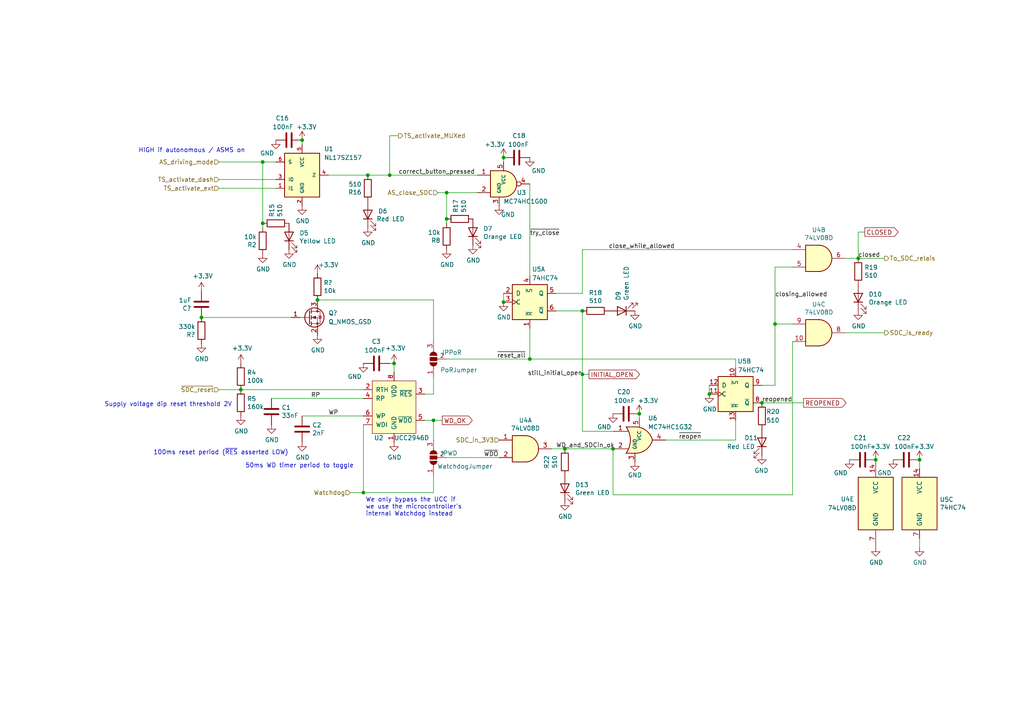
<source format=kicad_sch>
(kicad_sch (version 20211123) (generator eeschema)
  (paper "A4")
  (title_block (title "SDCL - Non-Programmable Logic") (date "2021-12-16") (rev "v1.0") (company "FaSTTUBe - Formula Student Team TU Berlin") (comment 1 "Car 113") (comment 2 "EBS Electronics") (comment 3 "Compliance for rule T 14.5.1 and T 14.5.2") (comment 4 "Hard-Wired logic for SDC relay latching and activation buttons"))
  (lib_symbols
    (symbol "74xx:74HC74" (pin_names (offset 1.016))
      (property "Reference" "U" (at -7.62 8.89 0))
      (property "Value" "74HC74" (at -7.62 -8.89 0))
      (symbol "74HC74_1_0"
        (pin input line (at 0 -7.62 90) (length 2.54) (name "~{R}") (number "1"))
        (pin input line (at -7.62 2.54 0) (length 2.54) (name "D") (number "2"))
        (pin input clock (at -7.62 0 0) (length 2.54) (name "C") (number "3"))
        (pin input line (at 0 7.62 270) (length 2.54) (name "~{S}") (number "4"))
        (pin output line (at 7.62 2.54 180) (length 2.54) (name "Q") (number "5"))
        (pin output line (at 7.62 -2.54 180) (length 2.54) (name "~{Q}") (number "6"))
      )
      (symbol "74HC74_1_1"
        (rectangle (start -5.08 5.08) (end 5.08 -5.08) (stroke (width 0.254)) (fill (type background)))
      )
      (symbol "74HC74_2_0"
        (pin input line (at 0 7.62 270) (length 2.54) (name "~{S}") (number "10"))
        (pin input clock (at -7.62 0 0) (length 2.54) (name "C") (number "11"))
        (pin input line (at -7.62 2.54 0) (length 2.54) (name "D") (number "12"))
        (pin input line (at 0 -7.62 90) (length 2.54) (name "~{R}") (number "13"))
        (pin output line (at 7.62 -2.54 180) (length 2.54) (name "~{Q}") (number "8"))
        (pin output line (at 7.62 2.54 180) (length 2.54) (name "Q") (number "9"))
      )
      (symbol "74HC74_2_1"
        (rectangle (start -5.08 5.08) (end 5.08 -5.08) (stroke (width 0.254)) (fill (type background)))
      )
      (symbol "74HC74_3_0"
        (pin power_in line (at 0 10.16 270) (length 2.54) (name "VCC") (number "14"))
        (pin power_in line (at 0 -10.16 90) (length 2.54) (name "GND") (number "7"))
      )
      (symbol "74HC74_3_1"
        (rectangle (start -5.08 7.62) (end 5.08 -7.62) (stroke (width 0.254)) (fill (type background)))
      )
    )
    (symbol "Custom:74LV08D" (pin_names (offset 1.016))
      (property "Reference" "U" (at 3.81 6.35 0))
      (property "Value" "74LV08D" (at 7.62 3.81 0))
      (symbol "74LV08D_1_1"
        (arc (start 0 -3.81) (mid 3.81 0) (end 0 3.81) (stroke (width 0.254)) (fill (type background)))
        (polyline (pts (xy 0 3.81) (xy -3.81 3.81) (xy -3.81 -3.81) (xy 0 -3.81)) (stroke (width 0.254)) (fill (type background)))
        (pin input line (at -7.62 2.54 0) (length 3.81) (name "~") (number "1"))
        (pin input line (at -7.62 -2.54 0) (length 3.81) (name "~") (number "2"))
        (pin output line (at 7.62 0 180) (length 3.81) (name "~") (number "3"))
      )
      (symbol "74LV08D_1_2"
        (arc (start -3.81 -3.81) (mid -2.589 0) (end -3.81 3.81) (stroke (width 0.254)))
        (arc (start -0.6096 -3.81) (mid 2.1842 -2.5851) (end 3.81 0) (stroke (width 0.254)) (fill (type background)))
        (polyline (pts (xy -3.81 -3.81) (xy -0.635 -3.81)) (stroke (width 0.254)) (fill (type background)))
        (polyline (pts (xy -3.81 3.81) (xy -0.635 3.81)) (stroke (width 0.254)) (fill (type background)))
        (polyline (pts (xy -0.635 3.81) (xy -3.81 3.81) (xy -3.81 3.81) (xy -3.556 3.4036) (xy -3.0226 2.2606) (xy -2.6924 1.0414) (xy -2.6162 -0.254) (xy -2.7686 -1.4986) (xy -3.175 -2.7178) (xy -3.81 -3.81) (xy -3.81 -3.81) (xy -0.635 -3.81)) (stroke (width -25.4)) (fill (type background)))
        (arc (start 3.81 0) (mid 2.1915 2.5936) (end -0.6096 3.81) (stroke (width 0.254)) (fill (type background)))
        (pin input inverted (at -7.62 2.54 0) (length 4.318) (name "~") (number "1"))
        (pin input inverted (at -7.62 -2.54 0) (length 4.318) (name "~") (number "2"))
        (pin output inverted (at 7.62 0 180) (length 3.81) (name "~") (number "3"))
      )
      (symbol "74LV08D_2_1"
        (arc (start 0 -3.81) (mid 3.81 0) (end 0 3.81) (stroke (width 0.254)) (fill (type background)))
        (polyline (pts (xy 0 3.81) (xy -3.81 3.81) (xy -3.81 -3.81) (xy 0 -3.81)) (stroke (width 0.254)) (fill (type background)))
        (pin input line (at -7.62 2.54 0) (length 3.81) (name "~") (number "4"))
        (pin input line (at -7.62 -2.54 0) (length 3.81) (name "~") (number "5"))
        (pin output line (at 7.62 0 180) (length 3.81) (name "~") (number "6"))
      )
      (symbol "74LV08D_2_2"
        (arc (start -3.81 -3.81) (mid -2.589 0) (end -3.81 3.81) (stroke (width 0.254)))
        (arc (start -0.6096 -3.81) (mid 2.1842 -2.5851) (end 3.81 0) (stroke (width 0.254)) (fill (type background)))
        (polyline (pts (xy -3.81 -3.81) (xy -0.635 -3.81)) (stroke (width 0.254)) (fill (type background)))
        (polyline (pts (xy -3.81 3.81) (xy -0.635 3.81)) (stroke (width 0.254)) (fill (type background)))
        (polyline (pts (xy -0.635 3.81) (xy -3.81 3.81) (xy -3.81 3.81) (xy -3.556 3.4036) (xy -3.0226 2.2606) (xy -2.6924 1.0414) (xy -2.6162 -0.254) (xy -2.7686 -1.4986) (xy -3.175 -2.7178) (xy -3.81 -3.81) (xy -3.81 -3.81) (xy -0.635 -3.81)) (stroke (width -25.4)) (fill (type background)))
        (arc (start 3.81 0) (mid 2.1915 2.5936) (end -0.6096 3.81) (stroke (width 0.254)) (fill (type background)))
        (pin input inverted (at -7.62 2.54 0) (length 4.318) (name "~") (number "4"))
        (pin input inverted (at -7.62 -2.54 0) (length 4.318) (name "~") (number "5"))
        (pin output inverted (at 7.62 0 180) (length 3.81) (name "~") (number "6"))
      )
      (symbol "74LV08D_3_1"
        (arc (start 0 -3.81) (mid 3.81 0) (end 0 3.81) (stroke (width 0.254)) (fill (type background)))
        (polyline (pts (xy 0 3.81) (xy -3.81 3.81) (xy -3.81 -3.81) (xy 0 -3.81)) (stroke (width 0.254)) (fill (type background)))
        (pin input line (at -7.62 -2.54 0) (length 3.81) (name "~") (number "10"))
        (pin output line (at 7.62 0 180) (length 3.81) (name "~") (number "8"))
        (pin input line (at -7.62 2.54 0) (length 3.81) (name "~") (number "9"))
      )
      (symbol "74LV08D_3_2"
        (arc (start -3.81 -3.81) (mid -2.589 0) (end -3.81 3.81) (stroke (width 0.254)))
        (arc (start -0.6096 -3.81) (mid 2.1842 -2.5851) (end 3.81 0) (stroke (width 0.254)) (fill (type background)))
        (polyline (pts (xy -3.81 -3.81) (xy -0.635 -3.81)) (stroke (width 0.254)) (fill (type background)))
        (polyline (pts (xy -3.81 3.81) (xy -0.635 3.81)) (stroke (width 0.254)) (fill (type background)))
        (polyline (pts (xy -0.635 3.81) (xy -3.81 3.81) (xy -3.81 3.81) (xy -3.556 3.4036) (xy -3.0226 2.2606) (xy -2.6924 1.0414) (xy -2.6162 -0.254) (xy -2.7686 -1.4986) (xy -3.175 -2.7178) (xy -3.81 -3.81) (xy -3.81 -3.81) (xy -0.635 -3.81)) (stroke (width -25.4)) (fill (type background)))
        (arc (start 3.81 0) (mid 2.1915 2.5936) (end -0.6096 3.81) (stroke (width 0.254)) (fill (type background)))
        (pin input inverted (at -7.62 -2.54 0) (length 4.318) (name "~") (number "10"))
        (pin output inverted (at 7.62 0 180) (length 3.81) (name "~") (number "8"))
        (pin input inverted (at -7.62 2.54 0) (length 4.318) (name "~") (number "9"))
      )
      (symbol "74LV08D_4_1"
        (arc (start 0 -3.81) (mid 3.81 0) (end 0 3.81) (stroke (width 0.254)) (fill (type background)))
        (polyline (pts (xy 0 3.81) (xy -3.81 3.81) (xy -3.81 -3.81) (xy 0 -3.81)) (stroke (width 0.254)) (fill (type background)))
        (pin output line (at 7.62 0 180) (length 3.81) (name "~") (number "11"))
        (pin input line (at -7.62 2.54 0) (length 3.81) (name "~") (number "12"))
        (pin input line (at -7.62 -2.54 0) (length 3.81) (name "~") (number "13"))
      )
      (symbol "74LV08D_4_2"
        (arc (start -3.81 -3.81) (mid -2.589 0) (end -3.81 3.81) (stroke (width 0.254)))
        (arc (start -0.6096 -3.81) (mid 2.1842 -2.5851) (end 3.81 0) (stroke (width 0.254)) (fill (type background)))
        (polyline (pts (xy -3.81 -3.81) (xy -0.635 -3.81)) (stroke (width 0.254)) (fill (type background)))
        (polyline (pts (xy -3.81 3.81) (xy -0.635 3.81)) (stroke (width 0.254)) (fill (type background)))
        (polyline (pts (xy -0.635 3.81) (xy -3.81 3.81) (xy -3.81 3.81) (xy -3.556 3.4036) (xy -3.0226 2.2606) (xy -2.6924 1.0414) (xy -2.6162 -0.254) (xy -2.7686 -1.4986) (xy -3.175 -2.7178) (xy -3.81 -3.81) (xy -3.81 -3.81) (xy -0.635 -3.81)) (stroke (width -25.4)) (fill (type background)))
        (arc (start 3.81 0) (mid 2.1915 2.5936) (end -0.6096 3.81) (stroke (width 0.254)) (fill (type background)))
        (pin output inverted (at 7.62 0 180) (length 3.81) (name "~") (number "11"))
        (pin input inverted (at -7.62 2.54 0) (length 4.318) (name "~") (number "12"))
        (pin input inverted (at -7.62 -2.54 0) (length 4.318) (name "~") (number "13"))
      )
      (symbol "74LV08D_5_0"
        (pin power_in line (at 0 12.7 270) (length 5.08) (name "VCC") (number "14"))
        (pin power_in line (at 0 -12.7 90) (length 5.08) (name "GND") (number "7"))
      )
      (symbol "74LV08D_5_1"
        (rectangle (start -5.08 7.62) (end 5.08 -7.62) (stroke (width 0.254)) (fill (type background)))
      )
    )
    (symbol "Custom:MC74HC1G00" (pin_names (offset 1.016))
      (property "Reference" "U" (at 1.27 7.62 0))
      (property "Value" "MC74HC1G00" (at 7.62 5.08 0))
      (symbol "MC74HC1G00_1_1"
        (arc (start 0 -3.81) (mid 3.81 0) (end 0 3.81) (stroke (width 0.254)) (fill (type background)))
        (polyline (pts (xy 0 3.81) (xy -3.81 3.81) (xy -3.81 -3.81) (xy 0 -3.81)) (stroke (width 0.254)) (fill (type background)))
        (pin input line (at -7.62 2.54 0) (length 3.81) (name "~") (number "1"))
        (pin input line (at -7.62 -2.54 0) (length 3.81) (name "~") (number "2"))
        (pin power_in line (at -1.27 -6.35 90) (length 2.54) (name "GND") (number "3"))
        (pin output inverted (at 7.62 0 180) (length 3.81) (name "~") (number "4"))
        (pin power_in line (at 0 6.35 270) (length 2.54) (name "VCC") (number "5"))
      )
      (symbol "MC74HC1G00_1_2"
        (arc (start -3.81 -3.81) (mid -2.589 0) (end -3.81 3.81) (stroke (width 0.254)))
        (arc (start -0.6096 -3.81) (mid 2.1842 -2.5851) (end 3.81 0) (stroke (width 0.254)) (fill (type background)))
        (polyline (pts (xy -3.81 -3.81) (xy -0.635 -3.81)) (stroke (width 0.254)) (fill (type background)))
        (polyline (pts (xy -3.81 3.81) (xy -0.635 3.81)) (stroke (width 0.254)) (fill (type background)))
        (polyline (pts (xy -0.635 3.81) (xy -3.81 3.81) (xy -3.81 3.81) (xy -3.556 3.4036) (xy -3.0226 2.2606) (xy -2.6924 1.0414) (xy -2.6162 -0.254) (xy -2.7686 -1.4986) (xy -3.175 -2.7178) (xy -3.81 -3.81) (xy -3.81 -3.81) (xy -0.635 -3.81)) (stroke (width -25.4)) (fill (type background)))
        (arc (start 3.81 0) (mid 2.1915 2.5936) (end -0.6096 3.81) (stroke (width 0.254)) (fill (type background)))
        (pin input inverted (at -7.62 2.54 0) (length 4.318) (name "~") (number "1"))
        (pin input inverted (at -7.62 -2.54 0) (length 4.318) (name "~") (number "2"))
        (pin output line (at 7.62 0 180) (length 3.81) (name "~") (number "3"))
      )
    )
    (symbol "Custom:MC74HC1G32" (pin_names (offset 1.016))
      (property "Reference" "U" (at 3.81 6.35 0))
      (property "Value" "MC74HC1G32" (at 8.89 3.81 0))
      (symbol "MC74HC1G32_1_1"
        (arc (start -3.81 -3.81) (mid -2.589 0) (end -3.81 3.81) (stroke (width 0.254)))
        (arc (start -0.6096 -3.81) (mid 2.1842 -2.5851) (end 3.81 0) (stroke (width 0.254)) (fill (type background)))
        (polyline (pts (xy -3.81 -3.81) (xy -0.635 -3.81)) (stroke (width 0.254)) (fill (type background)))
        (polyline (pts (xy -3.81 3.81) (xy -0.635 3.81)) (stroke (width 0.254)) (fill (type background)))
        (polyline (pts (xy -0.635 3.81) (xy -3.81 3.81) (xy -3.81 3.81) (xy -3.556 3.4036) (xy -3.0226 2.2606) (xy -2.6924 1.0414) (xy -2.6162 -0.254) (xy -2.7686 -1.4986) (xy -3.175 -2.7178) (xy -3.81 -3.81) (xy -3.81 -3.81) (xy -0.635 -3.81)) (stroke (width -25.4)) (fill (type background)))
        (arc (start 3.81 0) (mid 2.1915 2.5936) (end -0.6096 3.81) (stroke (width 0.254)) (fill (type background)))
        (pin input line (at -7.62 2.54 0) (length 4.318) (name "~") (number "1"))
        (pin input line (at -7.62 -2.54 0) (length 4.318) (name "~") (number "2"))
        (pin power_in line (at -1.27 -6.35 90) (length 2.54) (name "GND") (number "3"))
        (pin output line (at 7.62 0 180) (length 3.81) (name "~") (number "4"))
        (pin power_in line (at 0 6.35 270) (length 2.54) (name "VCC") (number "5"))
      )
      (symbol "MC74HC1G32_1_2"
        (arc (start 0 -3.81) (mid 3.81 0) (end 0 3.81) (stroke (width 0.254)) (fill (type background)))
        (polyline (pts (xy 0 3.81) (xy -3.81 3.81) (xy -3.81 -3.81) (xy 0 -3.81)) (stroke (width 0.254)) (fill (type background)))
        (pin input inverted (at -7.62 2.54 0) (length 3.81) (name "~") (number "1"))
        (pin input inverted (at -7.62 -2.54 0) (length 3.81) (name "~") (number "2"))
        (pin output inverted (at 7.62 0 180) (length 3.81) (name "~") (number "3"))
      )
    )
    (symbol "Custom:NL17SZ157" (pin_names (offset 1.016))
      (property "Reference" "U" (at 0 15.24 0))
      (property "Value" "NL17SZ157" (at 0 12.7 0))
      (symbol "NL17SZ157_1_1"
        (rectangle (start -5.08 6.35) (end 5.08 -6.35) (stroke (width 0.254)) (fill (type background)))
        (pin input line (at -7.62 -3.81 0) (length 2.54) (name "I1") (number "1"))
        (pin power_in line (at 0 -8.89 90) (length 2.54) (name "GND") (number "2"))
        (pin input line (at -7.62 -1.27 0) (length 2.54) (name "I0") (number "3"))
        (pin output line (at 7.62 0 180) (length 2.54) (name "Z") (number "4"))
        (pin power_in line (at 0 8.89 270) (length 2.54) (name "VCC") (number "5"))
        (pin input line (at -7.62 3.81 0) (length 2.54) (name "S") (number "6"))
      )
    )
    (symbol "Custom:UCC2946" (pin_names (offset 1.016))
      (property "Reference" "U" (at 0 15.24 0))
      (property "Value" "UCC2946" (at 0 12.7 0))
      (symbol "UCC2946_0_1"
        (rectangle (start -6.35 7.62) (end 6.35 -7.62) (fill (type background)))
      )
      (symbol "UCC2946_1_1"
        (pin power_in line (at 0 -10.16 90) (length 2.54) (name "GND") (number "1"))
        (pin input line (at -8.89 5.08 0) (length 2.54) (name "RTH") (number "2"))
        (pin input line (at 8.89 3.81 180) (length 2.54) (name "~{RES}") (number "3"))
        (pin input line (at -8.89 2.54 0) (length 2.54) (name "RP") (number "4"))
        (pin input line (at 8.89 -3.81 180) (length 2.54) (name "~{WDO}") (number "5"))
        (pin input line (at -8.89 -2.54 0) (length 2.54) (name "WP") (number "6"))
        (pin input line (at -8.89 -5.08 0) (length 2.54) (name "WDI") (number "7"))
        (pin power_in line (at 0 10.16 270) (length 2.54) (name "VDD") (number "8"))
      )
    )
    (symbol "Device:C" (pin_numbers hide) (pin_names (offset 0.254))
      (property "Reference" "C" (at 0.635 2.54 0))
      (property "Value" "C" (at 0.635 -2.54 0))
      (symbol "C_0_1"
        (polyline (pts (xy -2.032 -0.762) (xy 2.032 -0.762)) (stroke (width 0.508)))
        (polyline (pts (xy -2.032 0.762) (xy 2.032 0.762)) (stroke (width 0.508)))
      )
      (symbol "C_1_1"
        (pin passive line (at 0 3.81 270) (length 2.794) (name "~") (number "1"))
        (pin passive line (at 0 -3.81 90) (length 2.794) (name "~") (number "2"))
      )
    )
    (symbol "Device:LED" (pin_numbers hide) (pin_names (offset 1.016) hide)
      (property "Reference" "D" (at 0 2.54 0))
      (property "Value" "LED" (at 0 -2.54 0))
      (symbol "LED_0_1"
        (polyline (pts (xy -1.27 -1.27) (xy -1.27 1.27)) (stroke (width 0.254)))
        (polyline (pts (xy -1.27 0) (xy 1.27 0)))
        (polyline (pts (xy 1.27 -1.27) (xy 1.27 1.27) (xy -1.27 0) (xy 1.27 -1.27)) (stroke (width 0.254)))
        (polyline (pts (xy -3.048 -0.762) (xy -4.572 -2.286) (xy -3.81 -2.286) (xy -4.572 -2.286) (xy -4.572 -1.524)))
        (polyline (pts (xy -1.778 -0.762) (xy -3.302 -2.286) (xy -2.54 -2.286) (xy -3.302 -2.286) (xy -3.302 -1.524)))
      )
      (symbol "LED_1_1"
        (pin passive line (at -3.81 0 0) (length 2.54) (name "K") (number "1"))
        (pin passive line (at 3.81 0 180) (length 2.54) (name "A") (number "2"))
      )
    )
    (symbol "Device:Q_NMOS_GSD" (pin_names (offset 0) hide)
      (property "Reference" "Q" (at 5.08 1.27 0))
      (property "Value" "Q_NMOS_GSD" (at 5.08 -1.27 0))
      (symbol "Q_NMOS_GSD_0_1"
        (polyline (pts (xy 0.254 0) (xy -2.54 0)))
        (polyline (pts (xy 0.254 1.905) (xy 0.254 -1.905)) (stroke (width 0.254)))
        (polyline (pts (xy 0.762 -1.27) (xy 0.762 -2.286)) (stroke (width 0.254)))
        (polyline (pts (xy 0.762 0.508) (xy 0.762 -0.508)) (stroke (width 0.254)))
        (polyline (pts (xy 0.762 2.286) (xy 0.762 1.27)) (stroke (width 0.254)))
        (polyline (pts (xy 2.54 2.54) (xy 2.54 1.778)))
        (polyline (pts (xy 2.54 -2.54) (xy 2.54 0) (xy 0.762 0)))
        (polyline (pts (xy 0.762 -1.778) (xy 3.302 -1.778) (xy 3.302 1.778) (xy 0.762 1.778)))
        (polyline (pts (xy 1.016 0) (xy 2.032 0.381) (xy 2.032 -0.381) (xy 1.016 0)) (fill (type outline)))
        (polyline (pts (xy 2.794 0.508) (xy 2.921 0.381) (xy 3.683 0.381) (xy 3.81 0.254)))
        (polyline (pts (xy 3.302 0.381) (xy 2.921 -0.254) (xy 3.683 -0.254) (xy 3.302 0.381)))
        (circle (center 1.651 0) (radius 2.794) (stroke (width 0.254)))
        (circle (center 2.54 -1.778) (radius 0.254) (fill (type outline)))
        (circle (center 2.54 1.778) (radius 0.254) (fill (type outline)))
      )
      (symbol "Q_NMOS_GSD_1_1"
        (pin input line (at -5.08 0 0) (length 2.54) (name "G") (number "1"))
        (pin passive line (at 2.54 -5.08 90) (length 2.54) (name "S") (number "2"))
        (pin passive line (at 2.54 5.08 270) (length 2.54) (name "D") (number "3"))
      )
    )
    (symbol "Device:R" (pin_numbers hide) (pin_names (offset 0))
      (property "Reference" "R" (at 2.032 0 90))
      (property "Value" "R" (at 0 0 90))
      (symbol "R_0_1"
        (rectangle (start -1.016 -2.54) (end 1.016 2.54) (stroke (width 0.254)))
      )
      (symbol "R_1_1"
        (pin passive line (at 0 3.81 270) (length 1.27) (name "~") (number "1"))
        (pin passive line (at 0 -3.81 90) (length 1.27) (name "~") (number "2"))
      )
    )
    (symbol "Jumper:SolderJumper_3_Open" (pin_names (offset 0) hide)
      (property "Reference" "JP" (at -2.54 -2.54 0))
      (property "Value" "SolderJumper_3_Open" (at 0 2.794 0))
      (symbol "SolderJumper_3_Open_0_1"
        (arc (start -1.016 1.016) (mid -2.032 0) (end -1.016 -1.016))
        (arc (start -1.016 1.016) (mid -2.032 0) (end -1.016 -1.016) (fill (type outline)))
        (rectangle (start -0.508 1.016) (end 0.508 -1.016) (fill (type outline)))
        (polyline (pts (xy -2.54 0) (xy -2.032 0)))
        (polyline (pts (xy -1.016 1.016) (xy -1.016 -1.016)))
        (polyline (pts (xy 0 -1.27) (xy 0 -1.016)))
        (polyline (pts (xy 1.016 1.016) (xy 1.016 -1.016)))
        (polyline (pts (xy 2.54 0) (xy 2.032 0)))
        (arc (start 1.016 -1.016) (mid 2.032 0) (end 1.016 1.016))
        (arc (start 1.016 -1.016) (mid 2.032 0) (end 1.016 1.016) (fill (type outline)))
      )
      (symbol "SolderJumper_3_Open_1_1"
        (pin passive line (at -5.08 0 0) (length 2.54) (name "A") (number "1"))
        (pin passive line (at 0 -3.81 90) (length 2.54) (name "C") (number "2"))
        (pin passive line (at 5.08 0 180) (length 2.54) (name "B") (number "3"))
      )
    )
    (symbol "power:+3.3V" (power) (pin_names (offset 0))
      (property "Value" "+3.3V" (at 0 3.556 0))
      (symbol "+3.3V_0_1"
        (polyline (pts (xy -0.762 1.27) (xy 0 2.54)))
        (polyline (pts (xy 0 0) (xy 0 2.54)))
        (polyline (pts (xy 0 2.54) (xy 0.762 1.27)))
      )
      (symbol "+3.3V_1_1"
        (pin power_in line (at 0 0 90) (length 0) hide (name "+3.3V") (number "1"))
      )
    )
    (symbol "power:GND" (power) (pin_names (offset 0))
      (property "Value" "GND" (at 0 -3.81 0))
      (symbol "GND_0_1"
        (polyline (pts (xy 0 0) (xy 0 -1.27) (xy 1.27 -1.27) (xy 0 -2.54) (xy -1.27 -1.27) (xy 0 -1.27)))
      )
      (symbol "GND_1_1"
        (pin power_in line (at 0 0 270) (length 0) hide (name "GND") (number "1"))
      )
    )
  )
  (junction (at 185.42 120.015))
  (junction (at 168.91 108.585))
  (junction (at 114.3 105.41))
  (junction (at 224.79 93.98))
  (junction (at 113.03 50.8))
  (junction (at 129.54 63.5))
  (junction (at 220.98 116.84))
  (junction (at 168.91 90.17))
  (junction (at 248.92 74.93))
  (junction (at 266.7 133.35))
  (junction (at 92.075 86.995))
  (junction (at 146.05 87.63))
  (junction (at 125.73 121.92))
  (junction (at 76.2 64.77))
  (junction (at 105.41 142.875))
  (junction (at 163.83 130.175))
  (junction (at 146.05 45.72))
  (junction (at 177.8 130.175))
  (junction (at 106.68 50.8))
  (junction (at 153.67 104.14))
  (junction (at 58.42 92.075))
  (junction (at 254 133.35))
  (junction (at 129.54 55.88))
  (junction (at 69.85 113.03))
  (junction (at 76.2 46.99))
  (junction (at 87.63 40.64))
  (junction (at 205.74 114.3))
  (wire (pts (xy 63.5 54.61) (xy 80.01 54.61)))
  (wire (pts (xy 245.11 96.52) (xy 256.54 96.52)))
  (wire (pts (xy 224.79 111.76) (xy 224.79 93.98)))
  (wire (pts (xy 161.29 85.09) (xy 168.91 85.09)))
  (wire (pts (xy 213.36 104.14) (xy 153.67 104.14)))
  (wire (pts (xy 128.27 121.92) (xy 125.73 121.92)))
  (wire (pts (xy 113.03 50.8) (xy 138.43 50.8)))
  (wire (pts (xy 127 55.88) (xy 129.54 55.88)))
  (wire (pts (xy 113.03 39.37) (xy 115.57 39.37)))
  (wire (pts (xy 153.67 53.34) (xy 153.67 80.01)))
  (wire (pts (xy 87.63 40.64) (xy 87.63 41.91)))
  (wire (pts (xy 168.91 108.585) (xy 168.91 125.095)))
  (wire (pts (xy 69.85 113.03) (xy 105.41 113.03)))
  (wire (pts (xy 125.73 99.06) (xy 125.73 86.995)))
  (wire (pts (xy 250.825 67.31) (xy 248.92 67.31)))
  (wire (pts (xy 224.79 93.98) (xy 224.79 77.47)))
  (wire (pts (xy 123.19 114.3) (xy 125.73 114.3)))
  (wire (pts (xy 106.68 50.8) (xy 113.03 50.8)))
  (wire (pts (xy 125.73 127.635) (xy 125.73 121.92)))
  (wire (pts (xy 63.5 46.99) (xy 76.2 46.99)))
  (wire (pts (xy 224.79 77.47) (xy 229.87 77.47)))
  (wire (pts (xy 129.54 104.14) (xy 153.67 104.14)))
  (wire (pts (xy 129.54 55.88) (xy 138.43 55.88)))
  (wire (pts (xy 213.36 127.635) (xy 213.36 121.92)))
  (wire (pts (xy 76.2 46.99) (xy 76.2 64.77)))
  (wire (pts (xy 125.73 137.795) (xy 125.73 142.875)))
  (wire (pts (xy 168.91 90.17) (xy 161.29 90.17)))
  (wire (pts (xy 163.83 130.175) (xy 177.8 130.175)))
  (wire (pts (xy 95.25 50.8) (xy 106.68 50.8)))
  (wire (pts (xy 185.42 120.015) (xy 185.42 121.285)))
  (wire (pts (xy 168.91 90.17) (xy 168.91 108.585)))
  (wire (pts (xy 213.36 104.14) (xy 213.36 106.68)))
  (wire (pts (xy 63.5 113.03) (xy 69.85 113.03)))
  (wire (pts (xy 266.7 135.89) (xy 266.7 133.35)))
  (wire (pts (xy 78.74 115.57) (xy 105.41 115.57)))
  (wire (pts (xy 193.04 127.635) (xy 213.36 127.635)))
  (wire (pts (xy 58.42 92.075) (xy 84.455 92.075)))
  (wire (pts (xy 113.03 105.41) (xy 114.3 105.41)))
  (wire (pts (xy 177.8 143.51) (xy 177.8 130.175)))
  (wire (pts (xy 114.3 105.41) (xy 114.3 107.95)))
  (wire (pts (xy 129.54 132.715) (xy 144.78 132.715)))
  (wire (pts (xy 153.67 95.25) (xy 153.67 104.14)))
  (wire (pts (xy 168.91 72.39) (xy 168.91 85.09)))
  (wire (pts (xy 123.19 121.92) (xy 125.73 121.92)))
  (wire (pts (xy 220.98 116.84) (xy 233.045 116.84)))
  (wire (pts (xy 129.54 63.5) (xy 129.54 64.77)))
  (wire (pts (xy 220.98 111.76) (xy 224.79 111.76)))
  (wire (pts (xy 125.73 142.875) (xy 105.41 142.875)))
  (wire (pts (xy 125.73 86.995) (xy 92.075 86.995)))
  (wire (pts (xy 266.7 158.75) (xy 266.7 156.21)))
  (wire (pts (xy 160.02 130.175) (xy 163.83 130.175)))
  (wire (pts (xy 248.92 74.93) (xy 256.54 74.93)))
  (wire (pts (xy 101.6 142.875) (xy 105.41 142.875)))
  (wire (pts (xy 146.05 45.72) (xy 146.05 46.99)))
  (wire (pts (xy 76.2 64.77) (xy 76.2 66.04)))
  (wire (pts (xy 63.5 52.07) (xy 80.01 52.07)))
  (wire (pts (xy 168.91 125.095) (xy 177.8 125.095)))
  (wire (pts (xy 205.74 111.76) (xy 205.74 114.3)))
  (wire (pts (xy 248.92 67.31) (xy 248.92 74.93)))
  (wire (pts (xy 146.05 85.09) (xy 146.05 87.63)))
  (wire (pts (xy 129.54 55.88) (xy 129.54 63.5)))
  (wire (pts (xy 113.03 39.37) (xy 113.03 50.8)))
  (wire (pts (xy 229.87 93.98) (xy 224.79 93.98)))
  (wire (pts (xy 168.91 72.39) (xy 229.87 72.39)))
  (wire (pts (xy 105.41 142.875) (xy 105.41 123.19)))
  (wire (pts (xy 125.73 109.22) (xy 125.73 114.3)))
  (wire (pts (xy 76.2 46.99) (xy 80.01 46.99)))
  (wire (pts (xy 168.91 108.585) (xy 170.815 108.585)))
  (wire (pts (xy 245.11 74.93) (xy 248.92 74.93)))
  (wire (pts (xy 229.87 99.06) (xy 229.87 143.51)))
  (wire (pts (xy 229.87 143.51) (xy 177.8 143.51)))
  (wire (pts (xy 87.63 120.65) (xy 105.41 120.65)))
  (text "Supply voltage dip reset threshold 2V" (at 67.31 118.11 180) (effects (font (size 1.27 1.27)) (justify right bottom)))
  (text "100ms reset period (~{RES} asserted LOW)" (at 44.45 132.08 0) (effects (font (size 1.27 1.27)) (justify left bottom)))
  (text "50ms WD timer period to toggle" (at 71.12 135.89 0) (effects (font (size 1.27 1.27)) (justify left bottom)))
  (text "HIGH if autonomous / ASMS on" (at 71.12 44.45 180) (effects (font (size 1.27 1.27)) (justify right bottom)))
  (text "We only bypass the UCC if\nwe use the microcontroller's\ninternal Watchdog instead\n" (at 106.045 149.86 0) (effects (font (size 1.27 1.27)) (justify left bottom)))
  (label "~{reopen}" (at 196.85 127.635 0))
  (label "reopened" (at 220.98 116.84 0))
  (label "correct_button_pressed" (at 115.57 50.8 0))
  (label "WP" (at 95.25 120.65 0))
  (label "WD_and_SDCin_ok" (at 161.29 130.175 0))
  (label "close_while_allowed" (at 176.53 72.39 0))
  (label "~{reset_all}" (at 144.145 104.14 0))
  (label "closing_allowed" (at 224.79 86.36 0))
  (label "~{WDO}" (at 140.335 132.715 0))
  (label "still_initial_open" (at 168.91 109.22 180))
  (label "closed" (at 248.92 74.93 0))
  (label "RP" (at 90.17 115.57 0))
  (label "~{try_close}" (at 153.67 68.58 0))
  (global_label "WD_OK" (shape output) (at 128.27 121.92 0) (property "Intersheet References" "${INTERSHEET_REFS}" (effects hide)))
  (global_label "CLOSED" (shape output) (at 250.825 67.31 0) (property "Intersheet References" "${INTERSHEET_REFS}" (effects hide)))
  (global_label "INITIAL_OPEN" (shape output) (at 170.815 108.585 0) (property "Intersheet References" "${INTERSHEET_REFS}" (effects hide)))
  (global_label "REOPENED" (shape output) (at 233.045 116.84 0) (property "Intersheet References" "${INTERSHEET_REFS}" (effects hide)))
  (hierarchical_label "SDC_in_3V3" (shape input) (at 144.78 127.635 180))
  (hierarchical_label "TS_activate_dash" (shape input) (at 63.5 52.07 180))
  (hierarchical_label "~{SDC_reset}" (shape input) (at 63.5 113.03 180))
  (hierarchical_label "AS_close_SDC" (shape input) (at 127 55.88 180))
  (hierarchical_label "SDC_is_ready" (shape output) (at 256.54 96.52 0))
  (hierarchical_label "TS_activate_MUXed" (shape output) (at 115.57 39.37 0))
  (hierarchical_label "AS_driving_mode" (shape input) (at 63.5 46.99 180))
  (hierarchical_label "TS_activate_ext" (shape input) (at 63.5 54.61 180))
  (hierarchical_label "Watchdog" (shape input) (at 101.6 142.875 180))
  (hierarchical_label "To_SDC_relais" (shape output) (at 256.54 74.93 0))
  (symbol (lib_id "Device:C") (at 78.74 119.38 0) (unit 1)
    (property "Reference" "C1" (at 81.661 118.2116 0) (effects (justify left)))
    (property "Value" "33nF" (at 81.661 120.523 0) (effects (justify left)))
    (property "Footprint" "Capacitor_SMD:C_0603_1608Metric_Pad1.05x0.95mm_HandSolder" (effects hide))
  )
  (symbol (lib_id "Device:C") (at 87.63 124.46 0) (unit 1)
    (property "Reference" "C2" (at 90.551 123.2916 0) (effects (justify left)))
    (property "Value" "2nF" (at 90.551 125.603 0) (effects (justify left)))
    (property "Footprint" "Capacitor_SMD:C_0603_1608Metric_Pad1.05x0.95mm_HandSolder" (effects hide))
  )
  (symbol (lib_id "Custom:UCC2946") (at 114.3 118.11 0) (unit 1)
    (property "Reference" "U2" (at 109.855 127 0))
    (property "Value" "UCC2946D" (at 119.38 127 0))
    (property "Footprint" "Package_SO:SOIC-8_3.9x4.9mm_P1.27mm" (effects hide))
    (property "Datasheet" "https://www.ti.com/lit/ds/symlink/ucc2946.pdf" (effects hide))
  )
  (symbol (lib_id "Device:C") (at 109.22 105.41 90) (unit 1)
    (property "Reference" "C3" (at 110.49 99.06 90) (effects (justify left)))
    (property "Value" "100nF" (at 111.76 101.6 90) (effects (justify left)))
    (property "Footprint" "Capacitor_SMD:C_0603_1608Metric_Pad1.05x0.95mm_HandSolder" (effects hide))
  )
  (symbol (lib_id "Device:R") (at 69.85 116.84 0) (unit 1)
    (property "Reference" "R5" (at 71.628 115.6716 0) (effects (justify left)))
    (property "Value" "160k" (at 71.628 117.983 0) (effects (justify left)))
    (property "Footprint" "Resistor_SMD:R_0603_1608Metric_Pad1.05x0.95mm_HandSolder" (effects hide))
  )
  (symbol (lib_id "Device:R") (at 69.85 109.22 0) (unit 1)
    (property "Reference" "R4" (at 71.628 108.0516 0) (effects (justify left)))
    (property "Value" "100k" (at 71.628 110.363 0) (effects (justify left)))
    (property "Footprint" "Resistor_SMD:R_0603_1608Metric_Pad1.05x0.95mm_HandSolder" (effects hide))
  )
  (symbol (lib_id "Device:R") (at 76.2 69.85 180) (unit 1)
    (property "Reference" "R2" (at 74.422 71.0184 0) (effects (justify left)))
    (property "Value" "10k" (at 74.422 68.707 0) (effects (justify left)))
    (property "Footprint" "Resistor_SMD:R_0603_1608Metric_Pad1.05x0.95mm_HandSolder" (effects hide))
  )
  (symbol (lib_id "power:GND") (at 76.2 73.66 0) (unit 1)
    (property "Reference" "#PWR0109" (effects hide))
    (property "Value" "GND" (at 76.327 78.0542 0))
  )
  (symbol (lib_id "Device:R") (at 129.54 68.58 180) (unit 1)
    (property "Reference" "R8" (at 127.762 69.7484 0) (effects (justify left)))
    (property "Value" "10k" (at 127.762 67.437 0) (effects (justify left)))
    (property "Footprint" "Resistor_SMD:R_0603_1608Metric_Pad1.05x0.95mm_HandSolder" (effects hide))
  )
  (symbol (lib_id "Custom:MC74HC1G00") (at 146.05 53.34 0) (unit 1)
    (property "Reference" "U3" (at 149.86 55.88 0) (effects (justify left)))
    (property "Value" "MC74HC1G00" (at 146.05 58.42 0) (effects (justify left)))
    (property "Footprint" "Custom:SC-74A-5_1.5x2.9mm_P0.95mm" (effects hide))
    (property "Datasheet" "http://www.ti.com/lit/gpn/sn74ls00" (effects hide))
  )
  (symbol (lib_id "power:GND") (at 144.78 59.69 0) (unit 1)
    (property "Reference" "#PWR0122" (effects hide))
    (property "Value" "GND" (at 147.32 62.23 0))
  )
  (symbol (lib_id "power:GND") (at 129.54 72.39 0) (unit 1)
    (property "Reference" "#PWR0111" (effects hide))
    (property "Value" "GND" (at 129.667 76.7842 0))
  )
  (symbol (lib_id "Custom:MC74HC1G32") (at 185.42 127.635 0) (unit 1)
    (property "Reference" "U6" (at 187.96 121.285 0) (effects (justify left)))
    (property "Value" "MC74HC1G32" (at 187.96 123.825 0) (effects (justify left)))
    (property "Footprint" "Custom:SC-74A-5_1.5x2.9mm_P0.95mm" (effects hide))
    (property "Datasheet" "https://www.mouser.de/datasheet/2/308/1/MC74HC1G32_D-2315545.pdf" (effects hide))
  )
  (symbol (lib_id "power:GND") (at 184.15 133.985 0) (unit 1)
    (property "Reference" "#PWR0124" (effects hide))
    (property "Value" "GND" (at 184.15 137.795 0))
  )
  (symbol (lib_id "power:+3.3V") (at 185.42 120.015 0) (unit 1)
    (property "Reference" "#PWR0125" (effects hide))
    (property "Value" "+3.3V" (at 187.96 116.205 0))
  )
  (symbol (lib_id "power:GND") (at 105.41 105.41 0) (unit 1)
    (property "Reference" "#PWR0112" (effects hide))
    (property "Value" "GND" (at 102.87 109.22 0))
  )
  (symbol (lib_id "Custom:74LV08D") (at 152.4 130.175 0) (unit 1)
    (property "Reference" "U4" (at 152.4 121.92 0))
    (property "Value" "74LV08D" (at 152.4 124.2314 0))
    (property "Footprint" "Package_SO:SOIC-14_3.9x8.7mm_P1.27mm" (effects hide))
    (property "Datasheet" "https://www.mouser.de/datasheet/2/916/74LV08-1388983.pdf" (effects hide))
  )
  (symbol (lib_id "power:GND") (at 87.63 128.27 0) (unit 1)
    (property "Reference" "#PWR0113" (effects hide))
    (property "Value" "GND" (at 87.757 132.6642 0))
  )
  (symbol (lib_id "Custom:74LV08D") (at 237.49 74.93 0) (unit 2)
    (property "Reference" "U4" (at 237.49 66.675 0))
    (property "Value" "74LV08D" (at 237.49 68.9864 0))
    (property "Footprint" "Package_SO:SOIC-14_3.9x8.7mm_P1.27mm" (effects hide))
    (property "Datasheet" "https://www.mouser.de/datasheet/2/916/74LV08-1388983.pdf" (effects hide))
  )
  (symbol (lib_id "Custom:74LV08D") (at 237.49 96.52 0) (unit 3)
    (property "Reference" "U4" (at 237.49 88.265 0))
    (property "Value" "74LV08D" (at 237.49 90.5764 0))
    (property "Footprint" "Package_SO:SOIC-14_3.9x8.7mm_P1.27mm" (effects hide))
    (property "Datasheet" "https://www.mouser.de/datasheet/2/916/74LV08-1388983.pdf" (effects hide))
  )
  (symbol (lib_id "power:GND") (at 146.05 87.63 0) (unit 1)
    (property "Reference" "#PWR0115" (effects hide))
    (property "Value" "GND" (at 146.177 92.0242 0))
  )
  (symbol (lib_id "Custom:74LV08D") (at 254 146.05 0) (unit 5)
    (property "Reference" "U4" (at 243.84 144.78 0) (effects (justify left)))
    (property "Value" "74LV08D" (at 240.03 147.32 0) (effects (justify left)))
    (property "Footprint" "Package_SO:SOIC-14_3.9x8.7mm_P1.27mm" (effects hide))
    (property "Datasheet" "https://www.mouser.de/datasheet/2/916/74LV08-1388983.pdf" (effects hide))
  )
  (symbol (lib_id "power:GND") (at 205.74 114.3 0) (unit 1)
    (property "Reference" "#PWR0118" (effects hide))
    (property "Value" "GND" (at 205.867 118.6942 0))
  )
  (symbol (lib_id "power:+3.3V") (at 254 133.35 0) (unit 1)
    (property "Reference" "#PWR0126" (effects hide))
    (property "Value" "+3.3V" (at 255.27 129.54 0))
  )
  (symbol (lib_id "power:GND") (at 254 158.75 0) (unit 1)
    (property "Reference" "#PWR0127" (effects hide))
    (property "Value" "GND" (at 254.127 163.1442 0))
  )
  (symbol (lib_id "power:+3.3V") (at 114.3 105.41 0) (unit 1)
    (property "Reference" "#PWR0128" (effects hide))
    (property "Value" "+3.3V" (at 114.681 101.0158 0))
  )
  (symbol (lib_id "power:+3.3V") (at 69.85 105.41 0) (unit 1)
    (property "Reference" "#PWR0129" (effects hide))
    (property "Value" "+3.3V" (at 70.231 101.0158 0))
  )
  (symbol (lib_id "power:GND") (at 69.85 120.65 0) (unit 1)
    (property "Reference" "#PWR0130" (effects hide))
    (property "Value" "GND" (at 69.977 125.0442 0))
  )
  (symbol (lib_id "power:GND") (at 78.74 123.19 0) (unit 1)
    (property "Reference" "#PWR0131" (effects hide))
    (property "Value" "GND" (at 78.867 127.5842 0))
  )
  (symbol (lib_id "Custom:NL17SZ157") (at 87.63 50.8 0) (unit 1)
    (property "Reference" "U1" (at 93.98 43.18 0) (effects (justify left)))
    (property "Value" "NL17SZ157" (at 93.98 45.72 0) (effects (justify left)))
    (property "Footprint" "Custom:SC-74-6_1.5x2.9mm_P0.95mm" (effects hide))
    (property "Datasheet" "https://www.mouser.de/datasheet/2/308/1/NL17SZ157_D-2318109.pdf" (effects hide))
  )
  (symbol (lib_id "power:GND") (at 114.3 128.27 0) (unit 1)
    (property "Reference" "#PWR0132" (effects hide))
    (property "Value" "GND" (at 114.427 132.6642 0))
  )
  (symbol (lib_id "power:GND") (at 87.63 59.69 0) (unit 1)
    (property "Reference" "#PWR0116" (effects hide))
    (property "Value" "GND" (at 87.757 64.0842 0))
  )
  (symbol (lib_id "Device:LED") (at 248.92 86.36 90) (unit 1)
    (property "Reference" "D10" (at 251.9172 85.3694 90) (effects (justify right)))
    (property "Value" "Orange LED" (at 251.9172 87.6808 90) (effects (justify right)))
    (property "Footprint" "Diode_SMD:D_0603_1608Metric_Pad1.05x0.95mm_HandSolder" (effects hide))
  )
  (symbol (lib_id "Device:R") (at 248.92 78.74 0) (unit 1)
    (property "Reference" "R19" (at 250.698 77.5716 0) (effects (justify left)))
    (property "Value" "510" (at 250.698 79.883 0) (effects (justify left)))
    (property "Footprint" "Resistor_SMD:R_0603_1608Metric_Pad1.05x0.95mm_HandSolder" (effects hide))
  )
  (symbol (lib_id "power:GND") (at 248.92 90.17 0) (unit 1)
    (property "Reference" "#PWR0155" (effects hide))
    (property "Value" "GND" (at 249.047 94.5642 0))
  )
  (symbol (lib_id "Device:LED") (at 163.83 141.605 90) (unit 1)
    (property "Reference" "D13" (at 166.8272 140.6144 90) (effects (justify right)))
    (property "Value" "Green LED" (at 166.8272 142.9258 90) (effects (justify right)))
    (property "Footprint" "Diode_SMD:D_0603_1608Metric_Pad1.05x0.95mm_HandSolder" (effects hide))
  )
  (symbol (lib_id "Device:R") (at 163.83 133.985 180) (unit 1)
    (property "Reference" "R22" (at 158.5722 133.985 90))
    (property "Value" "510" (at 160.8836 133.985 90))
    (property "Footprint" "Resistor_SMD:R_0603_1608Metric_Pad1.05x0.95mm_HandSolder" (effects hide))
  )
  (symbol (lib_id "power:GND") (at 163.83 145.415 0) (unit 1)
    (property "Reference" "#PWR0163" (effects hide))
    (property "Value" "GND" (at 163.957 149.8092 0))
  )
  (symbol (lib_id "74xx:74HC74") (at 153.67 87.63 0) (unit 1)
    (property "Reference" "U5" (at 156.21 78.105 0))
    (property "Value" "74HC74" (at 158.115 80.645 0))
    (property "Footprint" "Package_SO:SOIC-14_3.9x8.7mm_P1.27mm" (effects hide))
    (property "Datasheet" "https://www.mouser.de/datasheet/2/916/74HC_HCT74-1319854.pdf" (effects hide))
  )
  (symbol (lib_id "Device:LED") (at 220.98 128.27 270) (mirror x) (unit 1)
    (property "Reference" "D11" (at 215.9 127 90) (effects (justify left)))
    (property "Value" "Red LED" (at 210.82 129.54 90) (effects (justify left)))
    (property "Footprint" "Diode_SMD:D_0603_1608Metric_Pad1.05x0.95mm_HandSolder" (effects hide))
  )
  (symbol (lib_id "Device:R") (at 220.98 120.65 0) (mirror y) (unit 1)
    (property "Reference" "R20" (at 222.25 119.38 0) (effects (justify right)))
    (property "Value" "510" (at 222.25 121.92 0) (effects (justify right)))
    (property "Footprint" "Resistor_SMD:R_0603_1608Metric_Pad1.05x0.95mm_HandSolder" (effects hide))
  )
  (symbol (lib_id "power:GND") (at 220.98 132.08 0) (mirror y) (unit 1)
    (property "Reference" "#PWR0157" (effects hide))
    (property "Value" "GND" (at 220.853 136.4742 0))
  )
  (symbol (lib_id "74xx:74HC74") (at 213.36 114.3 0) (unit 2)
    (property "Reference" "U5" (at 215.9 104.775 0))
    (property "Value" "74HC74" (at 217.805 107.315 0))
    (property "Footprint" "Package_SO:SOIC-14_3.9x8.7mm_P1.27mm" (effects hide))
    (property "Datasheet" "https://www.mouser.de/datasheet/2/916/74HC_HCT74-1319854.pdf" (effects hide))
  )
  (symbol (lib_id "74xx:74HC74") (at 266.7 146.05 0) (unit 3)
    (property "Reference" "U5" (at 272.542 144.8816 0) (effects (justify left)))
    (property "Value" "74HC74" (at 272.542 147.193 0) (effects (justify left)))
    (property "Footprint" "Package_SO:SOIC-14_3.9x8.7mm_P1.27mm" (effects hide))
    (property "Datasheet" "https://www.mouser.de/datasheet/2/916/74HC_HCT74-1319854.pdf" (effects hide))
  )
  (symbol (lib_id "Device:C") (at 250.19 133.35 90) (unit 1)
    (property "Reference" "C21" (at 251.46 127 90) (effects (justify left)))
    (property "Value" "100nF" (at 252.73 129.54 90) (effects (justify left)))
    (property "Footprint" "Capacitor_SMD:C_0603_1608Metric_Pad1.05x0.95mm_HandSolder" (effects hide))
  )
  (symbol (lib_id "power:GND") (at 246.38 133.35 0) (unit 1)
    (property "Reference" "#PWR0117" (effects hide))
    (property "Value" "GND" (at 243.84 137.16 0))
  )
  (symbol (lib_id "Device:LED") (at 180.34 90.17 180) (unit 1)
    (property "Reference" "D9" (at 179.3494 87.1728 90) (effects (justify right)))
    (property "Value" "Green LED" (at 181.6608 87.1728 90) (effects (justify right)))
    (property "Footprint" "Diode_SMD:D_0603_1608Metric_Pad1.05x0.95mm_HandSolder" (effects hide))
  )
  (symbol (lib_id "Device:R") (at 172.72 90.17 90) (unit 1)
    (property "Reference" "R18" (at 172.72 84.9122 90))
    (property "Value" "510" (at 172.72 87.2236 90))
    (property "Footprint" "Resistor_SMD:R_0603_1608Metric_Pad1.05x0.95mm_HandSolder" (effects hide))
  )
  (symbol (lib_id "power:GND") (at 184.15 90.17 0) (unit 1)
    (property "Reference" "#PWR0158" (effects hide))
    (property "Value" "GND" (at 184.277 94.5642 0))
  )
  (symbol (lib_id "Device:C") (at 262.89 133.35 90) (unit 1)
    (property "Reference" "C22" (at 264.16 127 90) (effects (justify left)))
    (property "Value" "100nF" (at 265.43 129.54 90) (effects (justify left)))
    (property "Footprint" "Capacitor_SMD:C_0603_1608Metric_Pad1.05x0.95mm_HandSolder" (effects hide))
  )
  (symbol (lib_id "power:GND") (at 259.08 133.35 0) (unit 1)
    (property "Reference" "#PWR0123" (effects hide))
    (property "Value" "GND" (at 256.54 137.16 0))
  )
  (symbol (lib_id "power:GND") (at 266.7 158.75 0) (unit 1)
    (property "Reference" "#PWR0119" (effects hide))
    (property "Value" "GND" (at 266.827 163.1442 0))
  )
  (symbol (lib_id "power:+3.3V") (at 266.7 133.35 0) (unit 1)
    (property "Reference" "#PWR0120" (effects hide))
    (property "Value" "+3.3V" (at 267.97 129.54 0))
  )
  (symbol (lib_id "Device:C") (at 181.61 120.015 90) (unit 1)
    (property "Reference" "C20" (at 182.88 113.665 90) (effects (justify left)))
    (property "Value" "100nF" (at 184.15 116.205 90) (effects (justify left)))
    (property "Footprint" "Capacitor_SMD:C_0603_1608Metric_Pad1.05x0.95mm_HandSolder" (effects hide))
  )
  (symbol (lib_id "power:GND") (at 177.8 120.015 0) (unit 1)
    (property "Reference" "#PWR0150" (effects hide))
    (property "Value" "GND" (at 175.26 123.825 0))
  )
  (symbol (lib_id "power:+3.3V") (at 146.05 45.72 0) (mirror y) (unit 1)
    (property "Reference" "#PWR0151" (effects hide))
    (property "Value" "+3.3V" (at 143.51 41.91 0))
  )
  (symbol (lib_id "Device:C") (at 149.86 45.72 270) (mirror x) (unit 1)
    (property "Reference" "C18" (at 148.59 39.37 90) (effects (justify left)))
    (property "Value" "100nF" (at 147.32 41.91 90) (effects (justify left)))
    (property "Footprint" "Capacitor_SMD:C_0603_1608Metric_Pad1.05x0.95mm_HandSolder" (effects hide))
  )
  (symbol (lib_id "power:GND") (at 153.67 45.72 0) (mirror y) (unit 1)
    (property "Reference" "#PWR0152" (effects hide))
    (property "Value" "GND" (at 156.21 49.53 0))
  )
  (symbol (lib_id "power:+3.3V") (at 87.63 40.64 0) (unit 1)
    (property "Reference" "#PWR0153" (effects hide))
    (property "Value" "+3.3V" (at 88.9 36.83 0))
  )
  (symbol (lib_id "Device:C") (at 83.82 40.64 90) (unit 1)
    (property "Reference" "C16" (at 83.82 34.29 90) (effects (justify left)))
    (property "Value" "100nF" (at 85.09 36.83 90) (effects (justify left)))
    (property "Footprint" "Capacitor_SMD:C_0603_1608Metric_Pad1.05x0.95mm_HandSolder" (effects hide))
  )
  (symbol (lib_id "power:GND") (at 80.01 40.64 0) (unit 1)
    (property "Reference" "#PWR0154" (effects hide))
    (property "Value" "GND" (at 77.47 44.45 0))
  )
  (symbol (lib_id "Device:LED") (at 83.82 68.58 90) (unit 1)
    (property "Reference" "D5" (at 86.8172 67.5894 90) (effects (justify right)))
    (property "Value" "Yellow LED" (at 86.8172 69.9008 90) (effects (justify right)))
    (property "Footprint" "Diode_SMD:D_0603_1608Metric_Pad1.05x0.95mm_HandSolder" (effects hide))
  )
  (symbol (lib_id "Device:R") (at 80.01 64.77 90) (unit 1)
    (property "Reference" "R15" (at 78.8416 62.992 0) (effects (justify left)))
    (property "Value" "510" (at 81.153 62.992 0) (effects (justify left)))
    (property "Footprint" "Resistor_SMD:R_0603_1608Metric_Pad1.05x0.95mm_HandSolder" (effects hide))
  )
  (symbol (lib_id "power:GND") (at 83.82 72.39 0) (unit 1)
    (property "Reference" "#PWR0159" (effects hide))
    (property "Value" "GND" (at 83.947 76.7842 0))
  )
  (symbol (lib_id "Device:LED") (at 137.16 67.31 90) (unit 1)
    (property "Reference" "D7" (at 140.1572 66.3194 90) (effects (justify right)))
    (property "Value" "Orange LED" (at 140.1572 68.6308 90) (effects (justify right)))
    (property "Footprint" "Diode_SMD:D_0603_1608Metric_Pad1.05x0.95mm_HandSolder" (effects hide))
  )
  (symbol (lib_id "Device:R") (at 133.35 63.5 90) (unit 1)
    (property "Reference" "R17" (at 132.1816 61.722 0) (effects (justify left)))
    (property "Value" "510" (at 134.493 61.722 0) (effects (justify left)))
    (property "Footprint" "Resistor_SMD:R_0603_1608Metric_Pad1.05x0.95mm_HandSolder" (effects hide))
  )
  (symbol (lib_id "power:GND") (at 137.16 71.12 0) (unit 1)
    (property "Reference" "#PWR0160" (effects hide))
    (property "Value" "GND" (at 137.287 75.5142 0))
  )
  (symbol (lib_id "Device:LED") (at 106.68 62.23 90) (unit 1)
    (property "Reference" "D6" (at 109.6772 61.2394 90) (effects (justify right)))
    (property "Value" "Red LED" (at 109.22 63.5 90) (effects (justify right)))
    (property "Footprint" "Diode_SMD:D_0603_1608Metric_Pad1.05x0.95mm_HandSolder" (effects hide))
  )
  (symbol (lib_id "Device:R") (at 106.68 54.61 180) (unit 1)
    (property "Reference" "R16" (at 104.902 55.7784 0) (effects (justify left)))
    (property "Value" "510" (at 104.902 53.467 0) (effects (justify left)))
    (property "Footprint" "Resistor_SMD:R_0603_1608Metric_Pad1.05x0.95mm_HandSolder" (effects hide))
  )
  (symbol (lib_id "power:GND") (at 106.68 66.04 0) (unit 1)
    (property "Reference" "#PWR0161" (effects hide))
    (property "Value" "GND" (at 106.807 70.4342 0))
  )
  (symbol (lib_id "power:GND") (at 92.075 97.155 0) (unit 1)
    (property "Reference" "#PWR?" (effects hide))
    (property "Value" "GND" (at 92.202 101.5492 0))
  )
  (symbol (lib_id "power:+3.3V") (at 92.075 79.375 0) (unit 1)
    (property "Reference" "#PWR?" (effects hide))
    (property "Value" "+3.3V" (at 95.25 76.835 0))
  )
  (symbol (lib_id "Jumper:SolderJumper_3_Open") (at 125.73 132.715 90) (unit 1)
    (property "Reference" "JPWD" (at 132.715 131.445 90) (effects (justify left)))
    (property "Value" "WatchdogJumper" (at 142.875 135.255 90) (effects (justify left)))
  )
  (symbol (lib_id "Device:Q_NMOS_GSD") (at 89.535 92.075 0) (unit 1)
    (property "Reference" "Q?" (at 95.25 90.8049 0) (effects (justify left)))
    (property "Value" "Q_NMOS_GSD" (at 95.25 93.3449 0) (effects (justify left)))
  )
  (symbol (lib_id "power:GND") (at 58.42 99.695 0) (unit 1)
    (property "Reference" "#PWR?" (effects hide))
    (property "Value" "GND" (at 58.547 104.0892 0))
  )
  (symbol (lib_id "power:+3.3V") (at 58.42 84.455 0) (unit 1)
    (property "Reference" "#PWR?" (effects hide))
    (property "Value" "+3.3V" (at 58.801 80.0608 0))
  )
  (symbol (lib_id "Device:R") (at 58.42 95.885 180) (unit 1)
    (property "Reference" "R?" (at 56.642 97.0534 0) (effects (justify left)))
    (property "Value" "330k" (at 56.642 94.742 0) (effects (justify left)))
    (property "Footprint" "Resistor_SMD:R_0603_1608Metric_Pad1.05x0.95mm_HandSolder" (effects hide))
  )
  (symbol (lib_id "Device:C") (at 58.42 88.265 180) (unit 1)
    (property "Reference" "C?" (at 55.499 89.4334 0) (effects (justify left)))
    (property "Value" "1uF" (at 55.499 87.122 0) (effects (justify left)))
    (property "Footprint" "Capacitor_SMD:C_0603_1608Metric_Pad1.05x0.95mm_HandSolder" (effects hide))
  )
  (symbol (lib_id "Jumper:SolderJumper_3_Open") (at 125.73 104.14 90) (unit 1)
    (property "Reference" "JPPoR" (at 133.985 102.235 90) (effects (justify left)))
    (property "Value" "PoRJumper" (at 138.43 107.315 90) (effects (justify left)))
  )
  (symbol (lib_id "Device:R") (at 92.075 83.185 0) (unit 1)
    (property "Reference" "R?" (at 93.853 82.0166 0) (effects (justify left)))
    (property "Value" "10k" (at 93.853 84.328 0) (effects (justify left)))
    (property "Footprint" "Resistor_SMD:R_0603_1608Metric_Pad1.05x0.95mm_HandSolder" (effects hide))
  )
)
</source>
